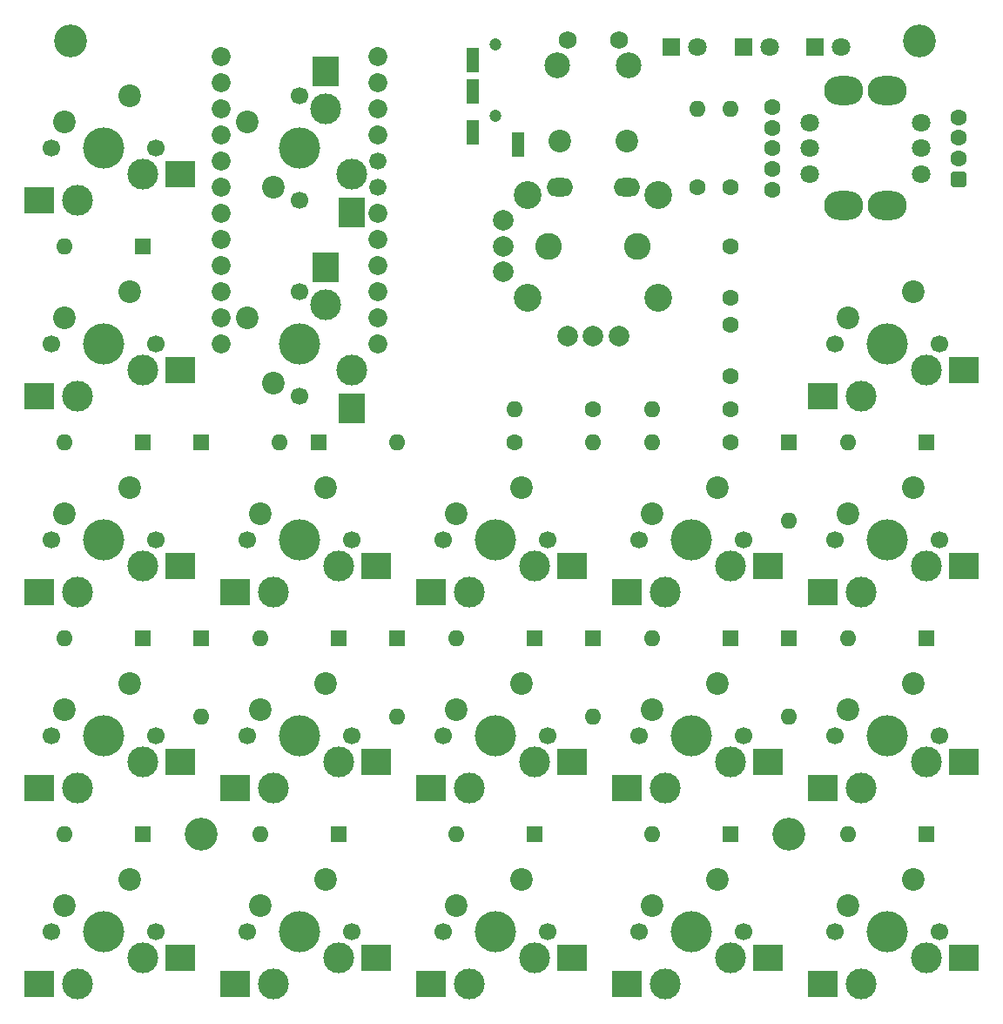
<source format=gbr>
%TF.GenerationSoftware,KiCad,Pcbnew,8.0.3*%
%TF.CreationDate,2025-03-24T17:59:13+09:00*%
%TF.ProjectId,small_keyboard_v2_1,736d616c-6c5f-46b6-9579-626f6172645f,rev?*%
%TF.SameCoordinates,Original*%
%TF.FileFunction,Soldermask,Bot*%
%TF.FilePolarity,Negative*%
%FSLAX46Y46*%
G04 Gerber Fmt 4.6, Leading zero omitted, Abs format (unit mm)*
G04 Created by KiCad (PCBNEW 8.0.3) date 2025-03-24 17:59:13*
%MOMM*%
%LPD*%
G01*
G04 APERTURE LIST*
G04 Aperture macros list*
%AMRoundRect*
0 Rectangle with rounded corners*
0 $1 Rounding radius*
0 $2 $3 $4 $5 $6 $7 $8 $9 X,Y pos of 4 corners*
0 Add a 4 corners polygon primitive as box body*
4,1,4,$2,$3,$4,$5,$6,$7,$8,$9,$2,$3,0*
0 Add four circle primitives for the rounded corners*
1,1,$1+$1,$2,$3*
1,1,$1+$1,$4,$5*
1,1,$1+$1,$6,$7*
1,1,$1+$1,$8,$9*
0 Add four rect primitives between the rounded corners*
20,1,$1+$1,$2,$3,$4,$5,0*
20,1,$1+$1,$4,$5,$6,$7,0*
20,1,$1+$1,$6,$7,$8,$9,0*
20,1,$1+$1,$8,$9,$2,$3,0*%
G04 Aperture macros list end*
%ADD10C,1.600000*%
%ADD11O,1.600000X1.600000*%
%ADD12R,1.800000X1.800000*%
%ADD13C,1.800000*%
%ADD14R,1.600000X1.600000*%
%ADD15C,3.200000*%
%ADD16C,1.700000*%
%ADD17C,3.000000*%
%ADD18C,4.000000*%
%ADD19C,2.200000*%
%ADD20R,3.000000X2.500000*%
%ADD21R,2.500000X3.000000*%
%ADD22C,2.700000*%
%ADD23C,2.600000*%
%ADD24O,2.600000X1.800000*%
%ADD25C,2.000000*%
%ADD26O,3.800000X2.800000*%
%ADD27RoundRect,0.400000X-0.400000X0.400000X-0.400000X-0.400000X0.400000X-0.400000X0.400000X0.400000X0*%
%ADD28C,2.500000*%
%ADD29C,1.750000*%
%ADD30C,1.850000*%
%ADD31C,1.680000*%
%ADD32C,1.200000*%
%ADD33R,1.200000X2.400000*%
G04 APERTURE END LIST*
D10*
%TO.C,R6*%
X102865000Y-108755000D03*
D11*
X102865000Y-101135000D03*
%TD*%
D12*
%TO.C,LED3*%
X111120000Y-95115000D03*
D13*
X113660000Y-95115000D03*
%TD*%
D14*
%TO.C,D2*%
X51430000Y-133520000D03*
D11*
X59050000Y-133520000D03*
%TD*%
D14*
%TO.C,D12*%
X70480000Y-152570000D03*
D11*
X70480000Y-160190000D03*
%TD*%
D14*
%TO.C,D20*%
X121915000Y-171620000D03*
D11*
X114295000Y-171620000D03*
%TD*%
D15*
%TO.C,REF\u002A\u002A*%
X108580000Y-171620000D03*
%TD*%
D16*
%TO.C,SW3*%
X36825000Y-104945000D03*
D17*
X39365000Y-110025000D03*
D18*
X41905000Y-104945000D03*
D17*
X45715000Y-107485000D03*
D16*
X46985000Y-104945000D03*
D19*
X44445000Y-99865000D03*
D20*
X49398000Y-107485000D03*
X35682000Y-110025000D03*
D19*
X38095000Y-102405000D03*
%TD*%
D15*
%TO.C,REF\u002A\u002A*%
X121280000Y-94480000D03*
%TD*%
D16*
%TO.C,SW6*%
X36825000Y-143045000D03*
D17*
X39365000Y-148125000D03*
D18*
X41905000Y-143045000D03*
D17*
X45715000Y-145585000D03*
D16*
X46985000Y-143045000D03*
D19*
X44445000Y-137965000D03*
D20*
X49398000Y-145585000D03*
X35682000Y-148125000D03*
D19*
X38095000Y-140505000D03*
%TD*%
D14*
%TO.C,D5*%
X121915000Y-133520000D03*
D11*
X114295000Y-133520000D03*
%TD*%
D14*
%TO.C,D16*%
X45715000Y-171620000D03*
D11*
X38095000Y-171620000D03*
%TD*%
D14*
%TO.C,D4*%
X62860000Y-133520000D03*
D11*
X70480000Y-133520000D03*
%TD*%
D16*
%TO.C,SW2*%
X60955000Y-129075000D03*
D17*
X66035000Y-126535000D03*
D18*
X60955000Y-123995000D03*
D17*
X63495000Y-120185000D03*
D16*
X60955000Y-118915000D03*
D19*
X55875000Y-121455000D03*
D21*
X63495000Y-116502000D03*
X66035000Y-130218000D03*
D19*
X58415000Y-127805000D03*
%TD*%
D15*
%TO.C,REF\u002A\u002A*%
X51430000Y-171620000D03*
%TD*%
D14*
%TO.C,D18*%
X83815000Y-171620000D03*
D11*
X76195000Y-171620000D03*
%TD*%
D16*
%TO.C,SW20*%
X113025000Y-181145000D03*
D17*
X115565000Y-186225000D03*
D18*
X118105000Y-181145000D03*
D17*
X121915000Y-183685000D03*
D16*
X123185000Y-181145000D03*
D19*
X120645000Y-176065000D03*
D20*
X125598000Y-183685000D03*
X111882000Y-186225000D03*
D19*
X114295000Y-178605000D03*
%TD*%
D14*
%TO.C,D9*%
X102865000Y-152570000D03*
D11*
X95245000Y-152570000D03*
%TD*%
D14*
%TO.C,D17*%
X64765000Y-171620000D03*
D11*
X57145000Y-171620000D03*
%TD*%
D16*
%TO.C,SW7*%
X55875000Y-143045000D03*
D17*
X58415000Y-148125000D03*
D18*
X60955000Y-143045000D03*
D17*
X64765000Y-145585000D03*
D16*
X66035000Y-143045000D03*
D19*
X63495000Y-137965000D03*
D20*
X68448000Y-145585000D03*
X54732000Y-148125000D03*
D19*
X57145000Y-140505000D03*
%TD*%
D16*
%TO.C,SW19*%
X93975000Y-181145000D03*
D17*
X96515000Y-186225000D03*
D18*
X99055000Y-181145000D03*
D17*
X102865000Y-183685000D03*
D16*
X104135000Y-181145000D03*
D19*
X101595000Y-176065000D03*
D20*
X106548000Y-183685000D03*
X92832000Y-186225000D03*
D19*
X95245000Y-178605000D03*
%TD*%
D14*
%TO.C,D11*%
X51430000Y-152570000D03*
D11*
X51430000Y-160190000D03*
%TD*%
D16*
%TO.C,SW1*%
X36825000Y-123995000D03*
D17*
X39365000Y-129075000D03*
D18*
X41905000Y-123995000D03*
D17*
X45715000Y-126535000D03*
D16*
X46985000Y-123995000D03*
D19*
X44445000Y-118915000D03*
D20*
X49398000Y-126535000D03*
X35682000Y-129075000D03*
D19*
X38095000Y-121455000D03*
%TD*%
D14*
%TO.C,D14*%
X108580000Y-152570000D03*
D11*
X108580000Y-160190000D03*
%TD*%
D12*
%TO.C,LED1*%
X97150000Y-95115000D03*
D13*
X99690000Y-95115000D03*
%TD*%
D22*
%TO.C,JoyStick1*%
X95855000Y-119470000D03*
X95855000Y-109470000D03*
D23*
X93830000Y-114470000D03*
X85230000Y-114470000D03*
D22*
X83205000Y-119470000D03*
X83205000Y-109470000D03*
D24*
X92780000Y-108720000D03*
X86280000Y-108720000D03*
D19*
X92780000Y-104220000D03*
X86280000Y-104220000D03*
D25*
X87030000Y-123200000D03*
X89530000Y-123200000D03*
X92030000Y-123200000D03*
X80800000Y-111970000D03*
X80800000Y-114470000D03*
X80800000Y-116970000D03*
%TD*%
D26*
%TO.C,RotaryEncoder1*%
X118105000Y-110545000D03*
X118105000Y-99345000D03*
D27*
X125105000Y-107945000D03*
D10*
X125105000Y-105945000D03*
X125105000Y-103945000D03*
X125105000Y-101945000D03*
D13*
X110605000Y-102445000D03*
X110605000Y-107445000D03*
X110605000Y-104945000D03*
%TD*%
D10*
%TO.C,C1*%
X102865000Y-119510000D03*
X102865000Y-114510000D03*
%TD*%
%TO.C,C2*%
X102865000Y-122090000D03*
X102865000Y-127090000D03*
%TD*%
D26*
%TO.C,RotaryEncoder2*%
X113920000Y-110545000D03*
X113920000Y-99345000D03*
D10*
X106920000Y-108945000D03*
X106920000Y-106945000D03*
X106920000Y-104945000D03*
X106920000Y-102945000D03*
X106920000Y-100945000D03*
D13*
X121420000Y-107445000D03*
X121420000Y-102445000D03*
X121420000Y-104945000D03*
%TD*%
D14*
%TO.C,D10*%
X108580000Y-133520000D03*
D11*
X108580000Y-141140000D03*
%TD*%
D14*
%TO.C,D7*%
X64765000Y-152570000D03*
D11*
X57145000Y-152570000D03*
%TD*%
D16*
%TO.C,SW17*%
X55875000Y-181145000D03*
D17*
X58415000Y-186225000D03*
D18*
X60955000Y-181145000D03*
D17*
X64765000Y-183685000D03*
D16*
X66035000Y-181145000D03*
D19*
X63495000Y-176065000D03*
D20*
X68448000Y-183685000D03*
X54732000Y-186225000D03*
D19*
X57145000Y-178605000D03*
%TD*%
D16*
%TO.C,SW4*%
X60955000Y-110025000D03*
D17*
X66035000Y-107485000D03*
D18*
X60955000Y-104945000D03*
D17*
X63495000Y-101135000D03*
D16*
X60955000Y-99865000D03*
D19*
X55875000Y-102405000D03*
D21*
X63495000Y-97452000D03*
X66035000Y-111168000D03*
D19*
X58415000Y-108755000D03*
%TD*%
D16*
%TO.C,SW18*%
X74925000Y-181145000D03*
D17*
X77465000Y-186225000D03*
D18*
X80005000Y-181145000D03*
D17*
X83815000Y-183685000D03*
D16*
X85085000Y-181145000D03*
D19*
X82545000Y-176065000D03*
D20*
X87498000Y-183685000D03*
X73782000Y-186225000D03*
D19*
X76195000Y-178605000D03*
%TD*%
D10*
%TO.C,R3*%
X81910000Y-133520000D03*
D11*
X89530000Y-133520000D03*
%TD*%
D16*
%TO.C,SW9*%
X93975000Y-143045000D03*
D17*
X96515000Y-148125000D03*
D18*
X99055000Y-143045000D03*
D17*
X102865000Y-145585000D03*
D16*
X104135000Y-143045000D03*
D19*
X101595000Y-137965000D03*
D20*
X106548000Y-145585000D03*
X92832000Y-148125000D03*
D19*
X95245000Y-140505000D03*
%TD*%
D16*
%TO.C,SW11*%
X36825000Y-162095000D03*
D17*
X39365000Y-167175000D03*
D18*
X41905000Y-162095000D03*
D17*
X45715000Y-164635000D03*
D16*
X46985000Y-162095000D03*
D19*
X44445000Y-157015000D03*
D20*
X49398000Y-164635000D03*
X35682000Y-167175000D03*
D19*
X38095000Y-159555000D03*
%TD*%
D14*
%TO.C,D3*%
X45715000Y-114470000D03*
D11*
X38095000Y-114470000D03*
%TD*%
D12*
%TO.C,LED2*%
X104135000Y-95115000D03*
D13*
X106675000Y-95115000D03*
%TD*%
D14*
%TO.C,D19*%
X102865000Y-171620000D03*
D11*
X95245000Y-171620000D03*
%TD*%
D10*
%TO.C,R5*%
X99690000Y-108755000D03*
D11*
X99690000Y-101135000D03*
%TD*%
D28*
%TO.C,SW_RST1*%
X86030000Y-96904000D03*
X93030000Y-96904000D03*
D29*
X87030000Y-94404000D03*
X92030000Y-94404000D03*
%TD*%
D16*
%TO.C,SW15*%
X113025000Y-162095000D03*
D17*
X115565000Y-167175000D03*
D18*
X118105000Y-162095000D03*
D17*
X121915000Y-164635000D03*
D16*
X123185000Y-162095000D03*
D19*
X120645000Y-157015000D03*
D20*
X125598000Y-164635000D03*
X111882000Y-167175000D03*
D19*
X114295000Y-159555000D03*
%TD*%
D16*
%TO.C,SW13*%
X74925000Y-162095000D03*
D17*
X77465000Y-167175000D03*
D18*
X80005000Y-162095000D03*
D17*
X83815000Y-164635000D03*
D16*
X85085000Y-162095000D03*
D19*
X82545000Y-157015000D03*
D20*
X87498000Y-164635000D03*
X73782000Y-167175000D03*
D19*
X76195000Y-159555000D03*
%TD*%
D14*
%TO.C,D1*%
X45715000Y-133520000D03*
D11*
X38095000Y-133520000D03*
%TD*%
D10*
%TO.C,R4*%
X89530000Y-130345000D03*
D11*
X81910000Y-130345000D03*
%TD*%
D16*
%TO.C,SW5*%
X113025000Y-123995000D03*
D17*
X115565000Y-129075000D03*
D18*
X118105000Y-123995000D03*
D17*
X121915000Y-126535000D03*
D16*
X123185000Y-123995000D03*
D19*
X120645000Y-118915000D03*
D20*
X125598000Y-126535000D03*
X111882000Y-129075000D03*
D19*
X114295000Y-121455000D03*
%TD*%
D30*
%TO.C,ProMicro1*%
X53335000Y-106215000D03*
X53335000Y-108755000D03*
X53335000Y-111295000D03*
X53335000Y-113835000D03*
X53335000Y-116375000D03*
X53335000Y-118915000D03*
X53335000Y-121455000D03*
X53335000Y-123995000D03*
X68575000Y-123995000D03*
X68575000Y-118915000D03*
X68575000Y-116375000D03*
X68575000Y-121455000D03*
X68575000Y-113835000D03*
X68575000Y-111295000D03*
D31*
X68575000Y-108755000D03*
X68575000Y-106215000D03*
D30*
X53335000Y-101135000D03*
X53335000Y-103675000D03*
X68575000Y-98595000D03*
X68575000Y-96055000D03*
X68575000Y-101135000D03*
X53335000Y-98595000D03*
X53335000Y-96055000D03*
X68575000Y-103675000D03*
%TD*%
D14*
%TO.C,D6*%
X45715000Y-152570000D03*
D11*
X38095000Y-152570000D03*
%TD*%
D14*
%TO.C,D8*%
X83815000Y-152570000D03*
D11*
X76195000Y-152570000D03*
%TD*%
D16*
%TO.C,SW14*%
X93975000Y-162095000D03*
D17*
X96515000Y-167175000D03*
D18*
X99055000Y-162095000D03*
D17*
X102865000Y-164635000D03*
D16*
X104135000Y-162095000D03*
D19*
X101595000Y-157015000D03*
D20*
X106548000Y-164635000D03*
X92832000Y-167175000D03*
D19*
X95245000Y-159555000D03*
%TD*%
D14*
%TO.C,D15*%
X121915000Y-152570000D03*
D11*
X114295000Y-152570000D03*
%TD*%
D16*
%TO.C,SW12*%
X55875000Y-162095000D03*
D17*
X58415000Y-167175000D03*
D18*
X60955000Y-162095000D03*
D17*
X64765000Y-164635000D03*
D16*
X66035000Y-162095000D03*
D19*
X63495000Y-157015000D03*
D20*
X68448000Y-164635000D03*
X54732000Y-167175000D03*
D19*
X57145000Y-159555000D03*
%TD*%
D10*
%TO.C,R1*%
X102865000Y-130345000D03*
D11*
X95245000Y-130345000D03*
%TD*%
D16*
%TO.C,SW16*%
X36825000Y-181145000D03*
D17*
X39365000Y-186225000D03*
D18*
X41905000Y-181145000D03*
D17*
X45715000Y-183685000D03*
D16*
X46985000Y-181145000D03*
D19*
X44445000Y-176065000D03*
D20*
X49398000Y-183685000D03*
X35682000Y-186225000D03*
D19*
X38095000Y-178605000D03*
%TD*%
D16*
%TO.C,SW8*%
X74925000Y-143045000D03*
D17*
X77465000Y-148125000D03*
D18*
X80005000Y-143045000D03*
D17*
X83815000Y-145585000D03*
D16*
X85085000Y-143045000D03*
D19*
X82545000Y-137965000D03*
D20*
X87498000Y-145585000D03*
X73782000Y-148125000D03*
D19*
X76195000Y-140505000D03*
%TD*%
D16*
%TO.C,SW10*%
X113025000Y-143045000D03*
D17*
X115565000Y-148125000D03*
D18*
X118105000Y-143045000D03*
D17*
X121915000Y-145585000D03*
D16*
X123185000Y-143045000D03*
D19*
X120645000Y-137965000D03*
D20*
X125598000Y-145585000D03*
X111882000Y-148125000D03*
D19*
X114295000Y-140505000D03*
%TD*%
D10*
%TO.C,R2*%
X102865000Y-133520000D03*
D11*
X95245000Y-133520000D03*
%TD*%
D14*
%TO.C,D13*%
X89530000Y-152570000D03*
D11*
X89530000Y-160190000D03*
%TD*%
D15*
%TO.C,REF\u002A\u002A*%
X38730000Y-94480000D03*
%TD*%
D32*
%TO.C,J1*%
X80005000Y-94810000D03*
X80005000Y-101810000D03*
D33*
X77805000Y-99410000D03*
X77805000Y-96410000D03*
X82205000Y-104610000D03*
X77805000Y-103410000D03*
%TD*%
M02*

</source>
